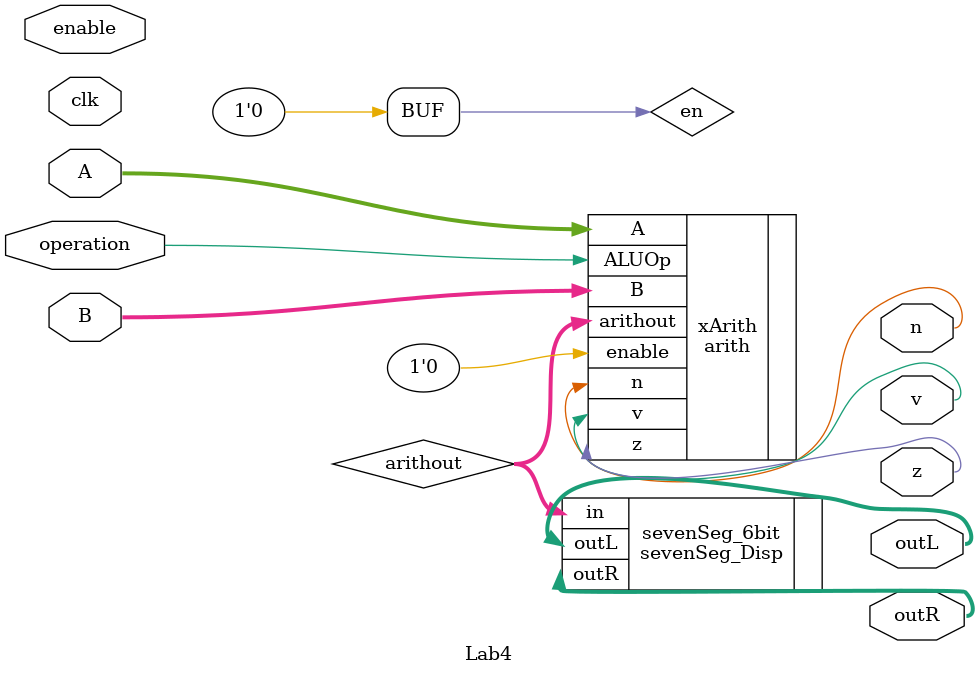
<source format=sv>
module Lab4(
	input logic clk, enable,
	input logic [5:0] A, B,
	input logic operation,
	output logic v, n, z,
	output logic [6:0] outL, outR
);

	// InternAl logic
	logic en = 1'B0;
	logic [5:0] arithout;
	

	// Connect device to test
	//synchronize the clock
	sync xSync(.clock(clk), .in(enable), .out(en));
	//calc and determine Display
	//logic ena = 1'b1;
	
	arith xArith(.enable(en), .ALUOp(operation), .A(A), .B(B), .arithout(arithout), .z(z), .v(v), .n(n));
	sevenSeg_Disp sevenSeg_6bit(.in(arithout), .outL(outL), .outR(outR));

endmodule

</source>
